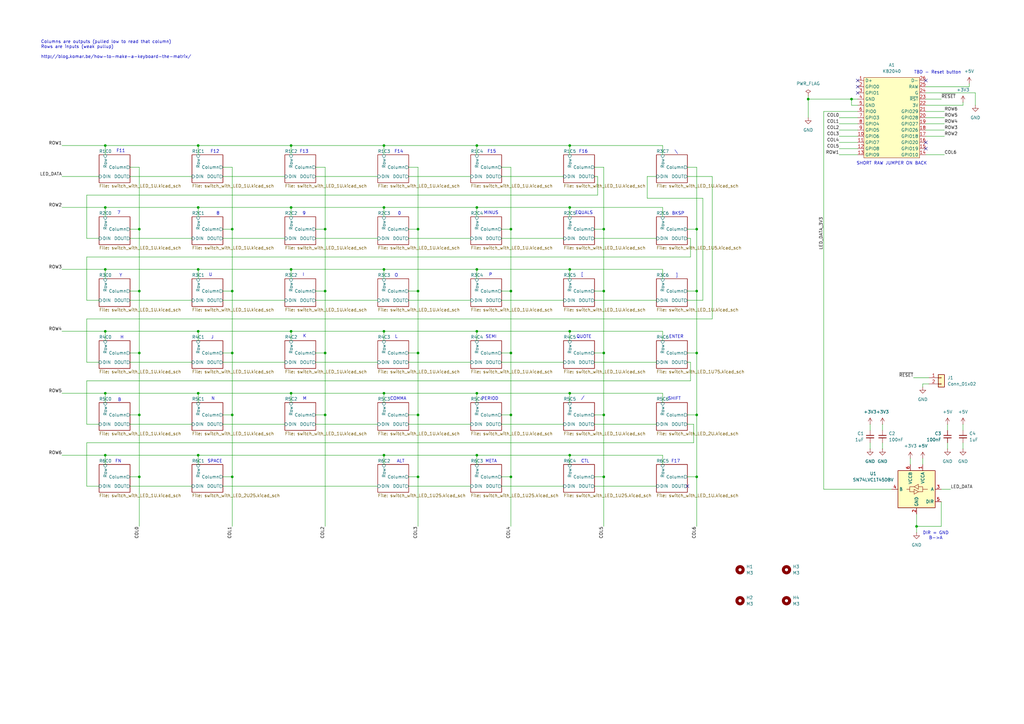
<source format=kicad_sch>
(kicad_sch (version 20250114) (generator "eeschema") (generator_version "9.0")
  (paper "A3")
  (lib_symbols
    (symbol "Connector_Generic:Conn_01x02" (pin_names (offset 1.016) (hide yes))
      (property "Reference" "J" (at 0 2.54 0))
      (property "Value" "Conn_01x02" (at 0 -5.08 0))
      (symbol "Conn_01x02_1_1"
        (pin passive line (at -5.08 0 0) (length 3.81) (name "Pin_1") (number "1"))
        (pin passive line (at -5.08 -2.54 0) (length 3.81) (name "Pin_2") (number "2"))
      )
    )
    (symbol "Device:C_Small" (pin_numbers (hide yes)) (pin_names (offset 0.254) (hide yes))
      (property "Reference" "C" (at 0.254 1.778 0))
      (property "Value" "C_Small" (at 0.254 -2.032 0))
      (symbol "C_Small_1_1"
        (pin passive line (at 0 2.54 270) (length 2.032) (name "~") (number "1"))
        (pin passive line (at 0 -2.54 90) (length 2.032) (name "~") (number "2"))
      )
    )
    (symbol "Logic_LevelTranslator:SN74LVC1T45DBV"
      (property "Reference" "U" (at -6.35 8.89 0))
      (property "Value" "SN74LVC1T45DBV" (at 3.81 8.89 0))
      (symbol "SN74LVC1T45DBV_1_1"
        (pin bidirectional line (at -10.16 0 0) (length 2.54) (name "A") (number "3"))
        (pin input line (at -10.16 -5.08 0) (length 2.54) (name "DIR") (number "5"))
        (pin power_in line (at -2.54 10.16 270) (length 2.54) (name "VCCA") (number "1"))
        (pin power_in line (at 0 -10.16 90) (length 2.54) (name "GND") (number "2"))
        (pin power_in line (at 2.54 10.16 270) (length 2.54) (name "VCCB") (number "6"))
        (pin bidirectional line (at 10.16 0 180) (length 2.54) (name "B") (number "4"))
      )
    )
    (symbol "Mechanical:MountingHole" (pin_names (offset 1.016)) (in_bom no)
      (property "Reference" "H" (at 0 5.08 0))
      (property "Value" "MountingHole" (at 0 3.175 0))
    )
    (symbol "SW-Adafruit:KB2040-5302"
      (property "Reference" "A" (at -5.08 17.78 0))
      (symbol "KB2040-5302_1_1"
        (pin bidirectional line (at -13.97 15.24 0) (length 2.54) (name "D+") (number "1"))
        (pin output line (at -13.97 12.7 0) (length 2.54) (name "TX") (number "2") (alternate "GPIO0" bidirectional line) (alternate "PIO0" bidirectional line))
        (pin input line (at -13.97 10.16 0) (length 2.54) (name "RX") (number "3") (alternate "GPIO1" bidirectional line) (alternate "PIO0" bidirectional line))
        (pin power_in line (at -13.97 7.62 0) (length 2.54) (name "GND") (number "4"))
        (pin power_in line (at -13.97 5.08 0) (length 2.54) (name "GND") (number "5"))
        (pin bidirectional line (at -13.97 2.54 0) (length 2.54) (name "2") (number "6") (alternate "PIO0" bidirectional line))
        (pin bidirectional line (at -13.97 0 0) (length 2.54) (name "3") (number "7") (alternate "GPIO3" bidirectional line) (alternate "PIO0" bidirectional line))
        (pin bidirectional line (at -13.97 -2.54 0) (length 2.54) (name "4") (number "8") (alternate "GPIO4" bidirectional line) (alternate "PIO0" bidirectional line))
        (pin bidirectional line (at -13.97 -5.08 0) (length 2.54) (name "5") (number "9") (alternate "GPIO5" bidirectional line) (alternate "PIO0" bidirectional line))
        (pin bidirectional line (at -13.97 -7.62 0) (length 2.54) (name "6") (number "10") (alternate "GPIO6" bidirectional line) (alternate "PIO0" bidirectional line))
        (pin bidirectional line (at -13.97 -10.16 0) (length 2.54) (name "7") (number "11") (alternate "GPIO7" bidirectional line) (alternate "PIO0" bidirectional line))
        (pin bidirectional line (at -13.97 -12.7 0) (length 2.54) (name "8") (number "12") (alternate "GPIO8" bidirectional line) (alternate "PIO0" bidirectional line))
        (pin bidirectional line (at -13.97 -15.24 0) (length 2.54) (name "9") (number "13") (alternate "GPIO9" bidirectional line) (alternate "PIO0" bidirectional line))
        (pin bidirectional line (at 13.97 15.24 180) (length 2.54) (name "D-") (number "26"))
        (pin power_out line (at 13.97 12.7 180) (length 2.54) (name "RAW") (number "25"))
        (pin power_in line (at 13.97 10.16 180) (length 2.54) (name "G") (number "24"))
        (pin input line (at 13.97 7.62 180) (length 2.54) (name "~{RST}") (number "23"))
        (pin power_out line (at 13.97 5.08 180) (length 2.54) (name "3V") (number "22"))
        (pin bidirectional line (at 13.97 2.54 180) (length 2.54) (name "A3") (number "21") (alternate "GPIO29" bidirectional line) (alternate "PIO0" bidirectional line))
        (pin bidirectional line (at 13.97 0 180) (length 2.54) (name "A2") (number "20") (alternate "GPIO28" bidirectional line) (alternate "PIO0" bidirectional line))
        (pin bidirectional line (at 13.97 -2.54 180) (length 2.54) (name "A1") (number "19") (alternate "GPIO27" bidirectional line) (alternate "PIO0" bidirectional line))
        (pin bidirectional line (at 13.97 -5.08 180) (length 2.54) (name "A0") (number "18") (alternate "GPIO26" bidirectional line) (alternate "PIO0" bidirectional line))
        (pin output line (at 13.97 -7.62 180) (length 2.54) (name "CLK") (number "17") (alternate "GPIO18" bidirectional line) (alternate "PIO0" bidirectional line))
        (pin input line (at 13.97 -10.16 180) (length 2.54) (name "MI") (number "16") (alternate "GPIO20" bidirectional line) (alternate "PIO0" bidirectional line))
        (pin output line (at 13.97 -12.7 180) (length 2.54) (name "MO") (number "15") (alternate "GPIO19" bidirectional line) (alternate "PIO0" bidirectional line))
        (pin bidirectional line (at 13.97 -15.24 180) (length 2.54) (name "10") (number "14") (alternate "GPIO10" bidirectional line) (alternate "PIO0" bidirectional line))
      )
    )
    (symbol "power:+3V3" (power) (pin_numbers (hide yes)) (pin_names (offset 0) (hide yes))
      (property "Value" "+3V3" (at 0 3.556 0))
      (symbol "+3V3_1_1"
        (pin power_in line (at 0 0 90) (length 0) (name "~") (number "1"))
      )
    )
    (symbol "power:+5V" (power) (pin_numbers (hide yes)) (pin_names (offset 0) (hide yes))
      (property "Value" "+5V" (at 0 3.556 0))
      (symbol "+5V_1_1"
        (pin power_in line (at 0 0 90) (length 0) (name "~") (number "1"))
      )
    )
    (symbol "power:GND" (power) (pin_numbers (hide yes)) (pin_names (offset 0) (hide yes))
      (property "Value" "GND" (at 0 -3.81 0))
      (symbol "GND_1_1"
        (pin power_in line (at 0 0 270) (length 0) (name "~") (number "1"))
      )
    )
    (symbol "power:PWR_FLAG" (power) (pin_numbers (hide yes)) (pin_names (offset 0) (hide yes))
      (property "Value" "PWR_FLAG" (at 0 3.81 0))
      (symbol "PWR_FLAG_0_0"
        (pin power_out line (at 0 0 90) (length 0) (name "~") (number "1"))
      )
    )
  )
  (text "]" (at 277.622 113.03 0) (effects (font (size 1.27 1.27))))
  (text "SHORT RAW JUMPER ON BACK" (at 365.76 67.056 0) (effects (font (size 1.27 1.27))))
  (text "SPACE" (at 88.138 189.23 0) (effects (font (size 1.27 1.27))))
  (text "H" (at 50.038 138.43 0) (effects (font (size 1.27 1.27))))
  (text "/" (at 239.014 163.322 0) (effects (font (size 1.27 1.27))))
  (text "DIR = GND\nB->A" (at 383.794 219.71 0) (effects (font (size 1.27 1.27))))
  (text "ENTER" (at 277.368 138.176 0) (effects (font (size 1.27 1.27))))
  (text "9" (at 124.714 87.63 0) (effects (font (size 1.27 1.27))))
  (text "B" (at 49.022 164.084 0) (effects (font (size 1.27 1.27))))
  (text "SHIFT" (at 276.606 163.576 0) (effects (font (size 1.27 1.27))))
  (text "EQUALS" (at 239.522 87.376 0) (effects (font (size 1.27 1.27))))
  (text "BKSP" (at 278.13 87.63 0) (effects (font (size 1.27 1.27))))
  (text "K" (at 124.968 137.922 0) (effects (font (size 1.27 1.27))))
  (text "F14" (at 163.576 62.23 0) (effects (font (size 1.27 1.27))))
  (text "7" (at 48.768 87.376 0) (effects (font (size 1.27 1.27))))
  (text "L" (at 162.56 138.176 0) (effects (font (size 1.27 1.27))))
  (text "[" (at 238.76 112.776 0) (effects (font (size 1.27 1.27))))
  (text "U" (at 86.36 112.776 0) (effects (font (size 1.27 1.27))))
  (text "F15" (at 201.676 62.23 0) (effects (font (size 1.27 1.27))))
  (text "\\" (at 277.368 62.484 0) (effects (font (size 1.27 1.27))))
  (text "0" (at 163.83 87.63 0) (effects (font (size 1.27 1.27))))
  (text "META" (at 201.422 189.23 0) (effects (font (size 1.27 1.27))))
  (text "P" (at 201.168 112.776 0) (effects (font (size 1.27 1.27))))
  (text "MINUS" (at 201.422 87.376 0) (effects (font (size 1.27 1.27))))
  (text "8" (at 89.408 87.63 0) (effects (font (size 1.27 1.27))))
  (text "I" (at 124.46 112.776 0) (effects (font (size 1.27 1.27))))
  (text "CTL" (at 240.03 189.23 0) (effects (font (size 1.27 1.27))))
  (text "ALT" (at 164.338 189.23 0) (effects (font (size 1.27 1.27))))
  (text "COMMA" (at 163.322 163.576 0) (effects (font (size 1.27 1.27))))
  (text "FN" (at 48.514 189.23 0) (effects (font (size 1.27 1.27))))
  (text "N" (at 87.376 163.576 0) (effects (font (size 1.27 1.27))))
  (text "QUOTE" (at 239.522 138.176 0) (effects (font (size 1.27 1.27))))
  (text "F12" (at 88.138 62.23 0) (effects (font (size 1.27 1.27))))
  (text "M" (at 124.968 163.576 0) (effects (font (size 1.27 1.27))))
  (text "SEMI" (at 201.422 138.176 0) (effects (font (size 1.27 1.27))))
  (text "F17" (at 277.114 189.23 0) (effects (font (size 1.27 1.27))))
  (text "F13" (at 124.714 62.23 0) (effects (font (size 1.27 1.27))))
  (text "F16" (at 239.268 62.23 0) (effects (font (size 1.27 1.27))))
  (text "O" (at 162.56 113.03 0) (effects (font (size 1.27 1.27))))
  (text "PERIOD" (at 200.914 163.576 0) (effects (font (size 1.27 1.27))))
  (text "TBD - Reset button" (at 384.556 29.718 0) (effects (font (size 1.27 1.27))))
  (text "J" (at 87.122 138.43 0) (effects (font (size 1.27 1.27))))
  (text "Columns are outputs (pulled low to read that column)\nRows are inputs (weak pullup)\n\nhttp://blog.komar.be/how-to-make-a-keyboard-the-matrix/" (at 16.764 16.51 0) (effects (font (size 1.27 1.27)) (justify left top)))
  (text "Y" (at 49.53 113.03 0) (effects (font (size 1.27 1.27))))
  (text "F11" (at 49.53 61.976 0) (effects (font (size 1.27 1.27))))
  (junction (at 81.28 186.69))
  (junction (at 119.38 85.09))
  (junction (at 81.28 110.49))
  (junction (at 171.45 119.38))
  (junction (at 285.75 195.58))
  (junction (at 95.25 195.58))
  (junction (at 43.18 110.49))
  (junction (at 209.55 195.58))
  (junction (at 95.25 119.38))
  (junction (at 247.65 119.38))
  (junction (at 57.15 170.18))
  (junction (at 157.48 59.69))
  (junction (at 133.35 93.98))
  (junction (at 57.15 93.98))
  (junction (at 157.48 135.89))
  (junction (at 81.28 85.09))
  (junction (at 195.58 161.29))
  (junction (at 43.18 59.69))
  (junction (at 285.75 93.98))
  (junction (at 95.25 93.98))
  (junction (at 57.15 119.38))
  (junction (at 195.58 110.49))
  (junction (at 233.68 135.89))
  (junction (at 247.65 170.18))
  (junction (at 157.48 110.49))
  (junction (at 57.15 195.58))
  (junction (at 209.55 170.18))
  (junction (at 195.58 186.69))
  (junction (at 247.65 144.78))
  (junction (at 233.68 59.69))
  (junction (at 43.18 161.29))
  (junction (at 43.18 186.69))
  (junction (at 119.38 110.49))
  (junction (at 133.35 144.78))
  (junction (at 95.25 170.18))
  (junction (at 43.18 135.89))
  (junction (at 247.65 195.58))
  (junction (at 195.58 85.09))
  (junction (at 209.55 119.38))
  (junction (at 157.48 186.69))
  (junction (at 331.47 40.64))
  (junction (at 233.68 110.49))
  (junction (at 157.48 161.29))
  (junction (at 95.25 144.78))
  (junction (at 209.55 93.98))
  (junction (at 171.45 195.58))
  (junction (at 133.35 119.38))
  (junction (at 285.75 170.18))
  (junction (at 119.38 59.69))
  (junction (at 171.45 144.78))
  (junction (at 285.75 119.38))
  (junction (at 81.28 59.69))
  (junction (at 247.65 93.98))
  (junction (at 233.68 186.69))
  (junction (at 285.75 144.78))
  (junction (at 119.38 161.29))
  (junction (at 233.68 161.29))
  (junction (at 349.25 40.64))
  (junction (at 195.58 135.89))
  (junction (at 171.45 93.98))
  (junction (at 81.28 161.29))
  (junction (at 43.18 85.09))
  (junction (at 195.58 59.69))
  (junction (at 81.28 135.89))
  (junction (at 157.48 85.09))
  (junction (at 57.15 144.78))
  (junction (at 375.92 215.9))
  (junction (at 119.38 135.89))
  (junction (at 171.45 170.18))
  (junction (at 133.35 170.18))
  (junction (at 209.55 144.78))
  (junction (at 233.68 85.09))
  (no_connect (at 281.94 199.39))
  (no_connect (at 379.73 58.42))
  (no_connect (at 379.73 60.96))
  (no_connect (at 351.79 38.1))
  (no_connect (at 351.79 33.02))
  (no_connect (at 379.73 33.02))
  (no_connect (at 351.79 35.56))
  (wire (pts (xy 35.56 80.01) (xy 35.56 97.79)))
  (wire (pts (xy 95.25 195.58) (xy 95.25 215.9)))
  (wire (pts (xy 91.44 144.78) (xy 95.25 144.78)))
  (wire (pts (xy 386.08 200.66) (xy 389.89 200.66)))
  (wire (pts (xy 361.95 173.99) (xy 361.95 176.53)))
  (wire (pts (xy 247.65 170.18) (xy 247.65 195.58)))
  (wire (pts (xy 205.74 123.19) (xy 231.14 123.19)))
  (wire (pts (xy 35.56 97.79) (xy 40.64 97.79)))
  (wire (pts (xy 344.17 63.5) (xy 351.79 63.5)))
  (wire (pts (xy 243.84 199.39) (xy 269.24 199.39)))
  (wire (pts (xy 119.38 161.29) (xy 157.48 161.29)))
  (wire (pts (xy 119.38 135.89) (xy 157.48 135.89)))
  (wire (pts (xy 233.68 161.29) (xy 271.78 161.29)))
  (wire (pts (xy 378.46 157.48) (xy 381 157.48)))
  (wire (pts (xy 233.68 186.69) (xy 271.78 186.69)))
  (wire (pts (xy 81.28 161.29) (xy 119.38 161.29)))
  (wire (pts (xy 167.64 72.39) (xy 193.04 72.39)))
  (wire (pts (xy 233.68 59.69) (xy 271.78 59.69)))
  (wire (pts (xy 91.44 148.59) (xy 116.84 148.59)))
  (wire (pts (xy 243.84 123.19) (xy 269.24 123.19)))
  (wire (pts (xy 119.38 85.09) (xy 157.48 85.09)))
  (wire (pts (xy 331.47 39.37) (xy 331.47 40.64)))
  (wire (pts (xy 167.64 144.78) (xy 171.45 144.78)))
  (wire (pts (xy 247.65 195.58) (xy 247.65 215.9)))
  (wire (pts (xy 351.79 45.72) (xy 337.82 45.72)))
  (wire (pts (xy 285.75 119.38) (xy 285.75 144.78)))
  (wire (pts (xy 57.15 144.78) (xy 57.15 170.18)))
  (wire (pts (xy 388.62 173.99) (xy 388.62 176.53)))
  (wire (pts (xy 265.43 72.39) (xy 269.24 72.39)))
  (wire (pts (xy 281.94 97.79) (xy 283.21 97.79)))
  (wire (pts (xy 129.54 170.18) (xy 133.35 170.18)))
  (wire (pts (xy 351.79 43.18) (xy 349.25 43.18)))
  (wire (pts (xy 81.28 161.29) (xy 81.28 165.1)))
  (wire (pts (xy 53.34 123.19) (xy 78.74 123.19)))
  (wire (pts (xy 205.74 195.58) (xy 209.55 195.58)))
  (wire (pts (xy 81.28 110.49) (xy 81.28 114.3)))
  (wire (pts (xy 281.94 123.19) (xy 288.29 123.19)))
  (wire (pts (xy 171.45 93.98) (xy 171.45 119.38)))
  (wire (pts (xy 379.73 50.8) (xy 387.35 50.8)))
  (wire (pts (xy 288.29 81.28) (xy 265.43 81.28)))
  (wire (pts (xy 91.44 93.98) (xy 95.25 93.98)))
  (wire (pts (xy 195.58 135.89) (xy 195.58 139.7)))
  (wire (pts (xy 205.74 119.38) (xy 209.55 119.38)))
  (wire (pts (xy 195.58 59.69) (xy 195.58 63.5)))
  (wire (pts (xy 43.18 59.69) (xy 81.28 59.69)))
  (wire (pts (xy 81.28 135.89) (xy 81.28 139.7)))
  (wire (pts (xy 81.28 59.69) (xy 119.38 59.69)))
  (wire (pts (xy 195.58 85.09) (xy 233.68 85.09)))
  (wire (pts (xy 247.65 68.58) (xy 247.65 93.98)))
  (wire (pts (xy 95.25 170.18) (xy 95.25 195.58)))
  (wire (pts (xy 283.21 148.59) (xy 283.21 156.21)))
  (wire (pts (xy 35.56 130.81) (xy 35.56 148.59)))
  (wire (pts (xy 387.35 53.34) (xy 379.73 53.34)))
  (wire (pts (xy 43.18 161.29) (xy 43.18 165.1)))
  (wire (pts (xy 35.56 156.21) (xy 283.21 156.21)))
  (wire (pts (xy 133.35 68.58) (xy 133.35 93.98)))
  (wire (pts (xy 53.34 148.59) (xy 78.74 148.59)))
  (wire (pts (xy 281.94 93.98) (xy 285.75 93.98)))
  (wire (pts (xy 167.64 68.58) (xy 171.45 68.58)))
  (wire (pts (xy 57.15 93.98) (xy 57.15 119.38)))
  (wire (pts (xy 43.18 85.09) (xy 81.28 85.09)))
  (wire (pts (xy 167.64 199.39) (xy 193.04 199.39)))
  (wire (pts (xy 281.94 148.59) (xy 283.21 148.59)))
  (wire (pts (xy 195.58 85.09) (xy 195.58 88.9)))
  (wire (pts (xy 331.47 40.64) (xy 331.47 48.26)))
  (wire (pts (xy 209.55 119.38) (xy 209.55 144.78)))
  (wire (pts (xy 387.35 55.88) (xy 379.73 55.88)))
  (wire (pts (xy 53.34 97.79) (xy 78.74 97.79)))
  (wire (pts (xy 271.78 186.69) (xy 271.78 190.5)))
  (wire (pts (xy 195.58 161.29) (xy 233.68 161.29)))
  (wire (pts (xy 91.44 72.39) (xy 116.84 72.39)))
  (wire (pts (xy 205.74 173.99) (xy 231.14 173.99)))
  (wire (pts (xy 35.56 80.01) (xy 245.11 80.01)))
  (wire (pts (xy 379.73 40.64) (xy 386.08 40.64)))
  (wire (pts (xy 81.28 85.09) (xy 119.38 85.09)))
  (wire (pts (xy 285.75 144.78) (xy 285.75 170.18)))
  (wire (pts (xy 81.28 85.09) (xy 81.28 88.9)))
  (wire (pts (xy 344.17 53.34) (xy 351.79 53.34)))
  (wire (pts (xy 288.29 123.19) (xy 288.29 81.28)))
  (wire (pts (xy 292.1 72.39) (xy 292.1 130.81)))
  (wire (pts (xy 157.48 110.49) (xy 195.58 110.49)))
  (wire (pts (xy 129.54 97.79) (xy 154.94 97.79)))
  (wire (pts (xy 53.34 170.18) (xy 57.15 170.18)))
  (wire (pts (xy 243.84 119.38) (xy 247.65 119.38)))
  (wire (pts (xy 271.78 59.69) (xy 271.78 63.5)))
  (wire (pts (xy 375.92 210.82) (xy 375.92 215.9)))
  (wire (pts (xy 157.48 161.29) (xy 195.58 161.29)))
  (wire (pts (xy 243.84 144.78) (xy 247.65 144.78)))
  (wire (pts (xy 361.95 181.61) (xy 361.95 184.15)))
  (wire (pts (xy 43.18 110.49) (xy 81.28 110.49)))
  (wire (pts (xy 233.68 110.49) (xy 271.78 110.49)))
  (wire (pts (xy 195.58 59.69) (xy 233.68 59.69)))
  (wire (pts (xy 344.17 60.96) (xy 351.79 60.96)))
  (wire (pts (xy 379.73 45.72) (xy 387.35 45.72)))
  (wire (pts (xy 243.84 72.39) (xy 245.11 72.39)))
  (wire (pts (xy 91.44 68.58) (xy 95.25 68.58)))
  (wire (pts (xy 129.54 72.39) (xy 154.94 72.39)))
  (wire (pts (xy 400.05 38.1) (xy 400.05 43.18)))
  (wire (pts (xy 281.94 144.78) (xy 285.75 144.78)))
  (wire (pts (xy 344.17 55.88) (xy 351.79 55.88)))
  (wire (pts (xy 35.56 148.59) (xy 40.64 148.59)))
  (wire (pts (xy 133.35 170.18) (xy 133.35 144.78)))
  (wire (pts (xy 209.55 170.18) (xy 209.55 195.58)))
  (wire (pts (xy 81.28 59.69) (xy 81.28 63.5)))
  (wire (pts (xy 209.55 93.98) (xy 209.55 119.38)))
  (wire (pts (xy 205.74 199.39) (xy 231.14 199.39)))
  (wire (pts (xy 195.58 161.29) (xy 195.58 165.1)))
  (wire (pts (xy 397.51 35.56) (xy 397.51 34.29)))
  (wire (pts (xy 205.74 93.98) (xy 209.55 93.98)))
  (wire (pts (xy 356.87 181.61) (xy 356.87 184.15)))
  (wire (pts (xy 167.64 123.19) (xy 193.04 123.19)))
  (wire (pts (xy 81.28 186.69) (xy 157.48 186.69)))
  (wire (pts (xy 129.54 123.19) (xy 154.94 123.19)))
  (wire (pts (xy 157.48 110.49) (xy 157.48 114.3)))
  (wire (pts (xy 281.94 195.58) (xy 285.75 195.58)))
  (wire (pts (xy 378.46 187.96) (xy 378.46 190.5)))
  (wire (pts (xy 205.74 148.59) (xy 231.14 148.59)))
  (wire (pts (xy 379.73 48.26) (xy 387.35 48.26)))
  (wire (pts (xy 95.25 119.38) (xy 95.25 144.78)))
  (wire (pts (xy 285.75 93.98) (xy 285.75 119.38)))
  (wire (pts (xy 91.44 119.38) (xy 95.25 119.38)))
  (wire (pts (xy 95.25 144.78) (xy 95.25 170.18)))
  (wire (pts (xy 247.65 144.78) (xy 247.65 170.18)))
  (wire (pts (xy 209.55 68.58) (xy 209.55 93.98)))
  (wire (pts (xy 43.18 186.69) (xy 81.28 186.69)))
  (wire (pts (xy 43.18 161.29) (xy 81.28 161.29)))
  (wire (pts (xy 171.45 195.58) (xy 171.45 215.9)))
  (wire (pts (xy 91.44 123.19) (xy 116.84 123.19)))
  (wire (pts (xy 167.64 173.99) (xy 193.04 173.99)))
  (wire (pts (xy 373.38 187.96) (xy 373.38 190.5)))
  (wire (pts (xy 195.58 110.49) (xy 195.58 114.3)))
  (wire (pts (xy 95.25 93.98) (xy 95.25 119.38)))
  (wire (pts (xy 284.48 173.99) (xy 284.48 181.61)))
  (wire (pts (xy 25.4 161.29) (xy 43.18 161.29)))
  (wire (pts (xy 119.38 59.69) (xy 157.48 59.69)))
  (wire (pts (xy 25.4 85.09) (xy 43.18 85.09)))
  (wire (pts (xy 167.64 93.98) (xy 171.45 93.98)))
  (wire (pts (xy 91.44 97.79) (xy 116.84 97.79)))
  (wire (pts (xy 281.94 170.18) (xy 285.75 170.18)))
  (wire (pts (xy 57.15 119.38) (xy 57.15 144.78)))
  (wire (pts (xy 243.84 170.18) (xy 247.65 170.18)))
  (wire (pts (xy 43.18 186.69) (xy 43.18 190.5)))
  (wire (pts (xy 356.87 173.99) (xy 356.87 176.53)))
  (wire (pts (xy 281.94 119.38) (xy 285.75 119.38)))
  (wire (pts (xy 386.08 215.9) (xy 386.08 205.74)))
  (wire (pts (xy 281.94 173.99) (xy 284.48 173.99)))
  (wire (pts (xy 157.48 59.69) (xy 195.58 59.69)))
  (wire (pts (xy 337.82 45.72) (xy 337.82 200.66)))
  (wire (pts (xy 157.48 85.09) (xy 157.48 88.9)))
  (wire (pts (xy 43.18 85.09) (xy 43.18 88.9)))
  (wire (pts (xy 157.48 135.89) (xy 157.48 139.7)))
  (wire (pts (xy 388.62 181.61) (xy 388.62 184.15)))
  (wire (pts (xy 129.54 93.98) (xy 133.35 93.98)))
  (wire (pts (xy 25.4 59.69) (xy 43.18 59.69)))
  (wire (pts (xy 119.38 110.49) (xy 119.38 114.3)))
  (wire (pts (xy 81.28 135.89) (xy 119.38 135.89)))
  (wire (pts (xy 91.44 170.18) (xy 95.25 170.18)))
  (wire (pts (xy 233.68 110.49) (xy 233.68 114.3)))
  (wire (pts (xy 171.45 144.78) (xy 171.45 170.18)))
  (wire (pts (xy 375.92 215.9) (xy 386.08 215.9)))
  (wire (pts (xy 337.82 200.66) (xy 365.76 200.66)))
  (wire (pts (xy 119.38 161.29) (xy 119.38 165.1)))
  (wire (pts (xy 35.56 181.61) (xy 35.56 199.39)))
  (wire (pts (xy 81.28 186.69) (xy 81.28 190.5)))
  (wire (pts (xy 167.64 97.79) (xy 193.04 97.79)))
  (wire (pts (xy 35.56 105.41) (xy 283.21 105.41)))
  (wire (pts (xy 119.38 110.49) (xy 157.48 110.49)))
  (wire (pts (xy 283.21 97.79) (xy 283.21 105.41)))
  (wire (pts (xy 245.11 72.39) (xy 245.11 80.01)))
  (wire (pts (xy 285.75 195.58) (xy 285.75 215.9)))
  (wire (pts (xy 53.34 173.99) (xy 78.74 173.99)))
  (wire (pts (xy 91.44 173.99) (xy 116.84 173.99)))
  (wire (pts (xy 35.56 123.19) (xy 40.64 123.19)))
  (wire (pts (xy 133.35 170.18) (xy 133.35 215.9)))
  (wire (pts (xy 344.17 50.8) (xy 351.79 50.8)))
  (wire (pts (xy 167.64 148.59) (xy 193.04 148.59)))
  (wire (pts (xy 349.25 40.64) (xy 331.47 40.64)))
  (wire (pts (xy 271.78 161.29) (xy 271.78 165.1)))
  (wire (pts (xy 243.84 173.99) (xy 269.24 173.99)))
  (wire (pts (xy 271.78 85.09) (xy 271.78 88.9)))
  (wire (pts (xy 53.34 119.38) (xy 57.15 119.38)))
  (wire (pts (xy 157.48 186.69) (xy 195.58 186.69)))
  (wire (pts (xy 157.48 161.29) (xy 157.48 165.1)))
  (wire (pts (xy 233.68 161.29) (xy 233.68 165.1)))
  (wire (pts (xy 243.84 97.79) (xy 269.24 97.79)))
  (wire (pts (xy 25.4 186.69) (xy 43.18 186.69)))
  (wire (pts (xy 243.84 93.98) (xy 247.65 93.98)))
  (wire (pts (xy 379.73 63.5) (xy 387.35 63.5)))
  (wire (pts (xy 243.84 68.58) (xy 247.65 68.58)))
  (wire (pts (xy 281.94 72.39) (xy 292.1 72.39)))
  (wire (pts (xy 119.38 85.09) (xy 119.38 88.9)))
  (wire (pts (xy 271.78 110.49) (xy 271.78 114.3)))
  (wire (pts (xy 379.73 43.18) (xy 394.97 43.18)))
  (wire (pts (xy 400.05 38.1) (xy 379.73 38.1)))
  (wire (pts (xy 349.25 43.18) (xy 349.25 40.64)))
  (wire (pts (xy 157.48 85.09) (xy 195.58 85.09)))
  (wire (pts (xy 243.84 195.58) (xy 247.65 195.58)))
  (wire (pts (xy 157.48 59.69) (xy 157.48 63.5)))
  (wire (pts (xy 25.4 135.89) (xy 43.18 135.89)))
  (wire (pts (xy 247.65 93.98) (xy 247.65 119.38)))
  (wire (pts (xy 167.64 170.18) (xy 171.45 170.18)))
  (wire (pts (xy 53.34 72.39) (xy 78.74 72.39)))
  (wire (pts (xy 53.34 144.78) (xy 57.15 144.78)))
  (wire (pts (xy 157.48 135.89) (xy 195.58 135.89)))
  (wire (pts (xy 35.56 181.61) (xy 284.48 181.61)))
  (wire (pts (xy 205.74 144.78) (xy 209.55 144.78)))
  (wire (pts (xy 129.54 173.99) (xy 154.94 173.99)))
  (wire (pts (xy 95.25 68.58) (xy 95.25 93.98)))
  (wire (pts (xy 91.44 199.39) (xy 154.94 199.39)))
  (wire (pts (xy 43.18 135.89) (xy 81.28 135.89)))
  (wire (pts (xy 35.56 105.41) (xy 35.56 123.19)))
  (wire (pts (xy 129.54 144.78) (xy 133.35 144.78)))
  (wire (pts (xy 25.4 110.49) (xy 43.18 110.49)))
  (wire (pts (xy 171.45 119.38) (xy 171.45 144.78)))
  (wire (pts (xy 171.45 68.58) (xy 171.45 93.98)))
  (wire (pts (xy 378.46 158.75) (xy 378.46 157.48)))
  (wire (pts (xy 195.58 110.49) (xy 233.68 110.49)))
  (wire (pts (xy 91.44 195.58) (xy 95.25 195.58)))
  (wire (pts (xy 209.55 144.78) (xy 209.55 170.18)))
  (wire (pts (xy 281.94 68.58) (xy 285.75 68.58)))
  (wire (pts (xy 171.45 170.18) (xy 171.45 195.58)))
  (wire (pts (xy 209.55 195.58) (xy 209.55 215.9)))
  (wire (pts (xy 271.78 135.89) (xy 271.78 139.7)))
  (wire (pts (xy 167.64 195.58) (xy 171.45 195.58)))
  (wire (pts (xy 205.74 97.79) (xy 231.14 97.79)))
  (wire (pts (xy 81.28 110.49) (xy 119.38 110.49)))
  (wire (pts (xy 205.74 72.39) (xy 231.14 72.39)))
  (wire (pts (xy 53.34 199.39) (xy 78.74 199.39)))
  (wire (pts (xy 265.43 81.28) (xy 265.43 72.39)))
  (wire (pts (xy 129.54 148.59) (xy 154.94 148.59)))
  (wire (pts (xy 25.4 72.39) (xy 40.64 72.39)))
  (wire (pts (xy 394.97 43.18) (xy 394.97 41.91)))
  (wire (pts (xy 53.34 93.98) (xy 57.15 93.98)))
  (wire (pts (xy 205.74 68.58) (xy 209.55 68.58)))
  (wire (pts (xy 233.68 85.09) (xy 271.78 85.09)))
  (wire (pts (xy 35.56 156.21) (xy 35.56 173.99)))
  (wire (pts (xy 57.15 170.18) (xy 57.15 195.58)))
  (wire (pts (xy 129.54 119.38) (xy 133.35 119.38)))
  (wire (pts (xy 285.75 68.58) (xy 285.75 93.98)))
  (wire (pts (xy 53.34 68.58) (xy 57.15 68.58)))
  (wire (pts (xy 195.58 186.69) (xy 195.58 190.5)))
  (wire (pts (xy 195.58 186.69) (xy 233.68 186.69)))
  (wire (pts (xy 233.68 135.89) (xy 233.68 139.7)))
  (wire (pts (xy 195.58 135.89) (xy 233.68 135.89)))
  (wire (pts (xy 375.92 218.44) (xy 375.92 215.9)))
  (wire (pts (xy 43.18 110.49) (xy 43.18 114.3)))
  (wire (pts (xy 157.48 186.69) (xy 157.48 190.5)))
  (wire (pts (xy 233.68 59.69) (xy 233.68 63.5)))
  (wire (pts (xy 379.73 35.56) (xy 397.51 35.56)))
  (wire (pts (xy 167.64 119.38) (xy 171.45 119.38)))
  (wire (pts (xy 57.15 68.58) (xy 57.15 93.98)))
  (wire (pts (xy 133.35 68.58) (xy 129.54 68.58)))
  (wire (pts (xy 119.38 59.69) (xy 119.38 63.5)))
  (wire (pts (xy 43.18 59.69) (xy 43.18 63.5)))
  (wire (pts (xy 344.17 48.26) (xy 351.79 48.26)))
  (wire (pts (xy 233.68 135.89) (xy 271.78 135.89)))
  (wire (pts (xy 233.68 85.09) (xy 233.68 88.9)))
  (wire (pts (xy 133.35 119.38) (xy 133.35 93.98)))
  (wire (pts (xy 133.35 144.78) (xy 133.35 119.38)))
  (wire (pts (xy 243.84 148.59) (xy 269.24 148.59)))
  (wire (pts (xy 351.79 40.64) (xy 349.25 40.64)))
  (wire (pts (xy 374.65 154.94) (xy 381 154.94)))
  (wire (pts (xy 285.75 170.18) (xy 285.75 195.58)))
  (wire (pts (xy 247.65 119.38) (xy 247.65 144.78)))
  (wire (pts (xy 394.97 181.61) (xy 394.97 184.15)))
  (wire (pts (xy 205.74 170.18) (xy 209.55 170.18)))
  (wire (pts (xy 119.38 135.89) (xy 119.38 139.7)))
  (wire (pts (xy 35.56 130.81) (xy 292.1 130.81)))
  (wire (pts (xy 233.68 186.69) (xy 233.68 190.5)))
  (wire (pts (xy 43.18 135.89) (xy 43.18 139.7)))
  (wire (pts (xy 394.97 173.99) (xy 394.97 176.53)))
  (wire (pts (xy 344.17 58.42) (xy 351.79 58.42)))
  (wire (pts (xy 35.56 173.99) (xy 40.64 173.99)))
  (wire (pts (xy 57.15 195.58) (xy 57.15 215.9)))
  (wire (pts (xy 53.34 195.58) (xy 57.15 195.58)))
  (wire (pts (xy 35.56 199.39) (xy 40.64 199.39)))
  (label "ROW4" (at 25.4 135.89 180))
  (label "COL0" (at 344.17 48.26 180))
  (label "COL0" (at 57.15 215.9 270))
  (label "COL1" (at 344.17 50.8 180))
  (label "ROW4" (at 387.35 50.8 0))
  (label "ROW3" (at 387.35 53.34 0))
  (label "COL5" (at 344.17 60.96 180))
  (label "~{RESET}" (at 386.08 40.64 0))
  (label "COL4" (at 344.17 58.42 180))
  (label "COL3" (at 171.45 215.9 270))
  (label "ROW5" (at 25.4 161.29 180))
  (label "COL6" (at 285.75 215.9 270))
  (label "LED_DATA" (at 389.89 200.66 0))
  (label "ROW6" (at 25.4 186.69 180))
  (label "~{RESET}" (at 374.65 154.94 180))
  (label "COL1" (at 95.25 215.9 270))
  (label "LED_DATA_3V3" (at 337.82 88.9 270))
  (label "ROW2" (at 25.4 85.09 180))
  (label "COL2" (at 133.35 215.9 270))
  (label "ROW5" (at 387.35 48.26 0))
  (label "COL4" (at 209.55 215.9 270))
  (label "COL3" (at 344.17 55.88 180))
  (label "COL5" (at 247.65 215.9 270))
  (label "COL6" (at 387.35 63.5 0))
  (label "ROW6" (at 387.35 45.72 0))
  (label "ROW1" (at 25.4 59.69 180))
  (label "ROW1" (at 344.17 63.5 180))
  (label "ROW3" (at 25.4 110.49 180))
  (label "COL2" (at 344.17 53.34 180))
  (label "LED_DATA" (at 25.4 72.39 180))
  (label "ROW2" (at 387.35 55.88 0))
  (symbol (lib_id "power:GND") (at 394.97 184.15 0) (unit 1)
    (property "Reference" "#PWR014" (effects (hide yes)))
    (property "Value" "GND" (at 394.97 189.23 0))
    (property "Description" "Power symbol creates a global label with name \"GND\" , ground" (effects (hide yes)))
  )
  (symbol (lib_id "power:PWR_FLAG") (at 331.47 39.37 0) (unit 1)
    (property "Reference" "#FLG01" (effects (hide yes)))
    (property "Value" "PWR_FLAG" (at 331.47 34.29 0))
    (property "Description" "Special symbol for telling ERC where power comes from" (effects (hide yes)))
  )
  (symbol (lib_id "power:GND") (at 378.46 158.75 0) (unit 1)
    (property "Reference" "#PWR08" (effects (hide yes)))
    (property "Value" "GND" (at 378.46 163.83 0))
    (property "Description" "Power symbol creates a global label with name \"GND\" , ground" (effects (hide yes)))
  )
  (symbol (lib_id "Device:C_Small") (at 394.97 179.07 0) (unit 1)
    (property "Reference" "C4" (at 397.51 177.8062 0) (effects (justify left)))
    (property "Value" "1uF" (at 397.51 180.3462 0) (effects (justify left)))
    (property "Footprint" "Capacitor_SMD:C_0805_2012Metric_Pad1.18x1.45mm_HandSolder" (effects (hide yes)))
    (property "Description" "Unpolarized capacitor, small symbol" (effects (hide yes)))
  )
  (symbol (lib_id "power:+5V") (at 394.97 173.99 0) (unit 1)
    (property "Reference" "#PWR013" (effects (hide yes)))
    (property "Value" "+5V" (at 394.97 168.91 0))
    (property "Description" "Power symbol creates a global label with name \"+5V\"" (effects (hide yes)))
  )
  (symbol (lib_id "Device:C_Small") (at 356.87 179.07 0) (unit 1)
    (property "Reference" "C1" (at 354.33 177.8062 0) (effects (justify right)))
    (property "Value" "1uF" (at 354.33 180.3462 0) (effects (justify right)))
    (property "Footprint" "Capacitor_SMD:C_0805_2012Metric_Pad1.18x1.45mm_HandSolder" (effects (hide yes)))
    (property "Description" "Unpolarized capacitor, small symbol" (effects (hide yes)))
  )
  (symbol (lib_id "power:+5V") (at 378.46 187.96 0) (unit 1)
    (property "Reference" "#PWR09" (effects (hide yes)))
    (property "Value" "+5V" (at 378.46 182.88 0))
    (property "Description" "Power symbol creates a global label with name \"+5V\"" (effects (hide yes)))
  )
  (symbol (lib_id "power:+3V3") (at 373.38 187.96 0) (unit 1)
    (property "Reference" "#PWR06" (effects (hide yes)))
    (property "Value" "+3V3" (at 373.38 182.88 0))
    (property "Description" "Power symbol creates a global label with name \"+3V3\"" (effects (hide yes)))
  )
  (symbol (lib_id "power:+5V") (at 388.62 173.99 0) (unit 1)
    (property "Reference" "#PWR010" (effects (hide yes)))
    (property "Value" "+5V" (at 388.62 168.91 0))
    (property "Description" "Power symbol creates a global label with name \"+5V\"" (effects (hide yes)))
  )
  (symbol (lib_id "Device:C_Small") (at 388.62 179.07 0) (unit 1)
    (property "Reference" "C3" (at 386.08 177.8062 0) (effects (justify right)))
    (property "Value" "100nF" (at 386.08 180.3462 0) (effects (justify right)))
    (property "Footprint" "Capacitor_SMD:C_0805_2012Metric_Pad1.18x1.45mm_HandSolder" (effects (hide yes)))
    (property "Description" "Unpolarized capacitor, small symbol" (effects (hide yes)))
  )
  (symbol (lib_id "power:GND") (at 388.62 184.15 0) (unit 1)
    (property "Reference" "#PWR011" (effects (hide yes)))
    (property "Value" "GND" (at 388.62 189.23 0))
    (property "Description" "Power symbol creates a global label with name \"GND\" , ground" (effects (hide yes)))
  )
  (symbol (lib_id "Mechanical:MountingHole") (at 303.53 233.68 0) (unit 1) (in_bom no)
    (property "Reference" "H1" (at 306.07 232.4099 0) (effects (justify left)))
    (property "Value" "M3" (at 306.07 234.9499 0) (effects (justify left)))
    (property "Footprint" "MountingHole:MountingHole_3.2mm_M3_ISO14580" (effects (hide yes)))
    (property "Description" "Mounting Hole without connection" (effects (hide yes)))
  )
  (symbol (lib_id "SW-Adafruit:KB2040-5302") (at 365.76 48.26 0) (unit 1)
    (property "Reference" "A1" (at 365.76 26.67 0))
    (property "Value" "KB2040" (at 365.76 29.21 0))
    (property "Footprint" "SW-Adafruit:KB2024_Socketed" (effects (hide yes)))
    (property "Datasheet" "https://learn.adafruit.com/adafruit-kb2040/pinouts" (effects (hide yes)))
    (pin "12" (alternate "GPIO8"))
    (pin "20" (alternate "GPIO28"))
    (pin "2" (alternate "GPIO0"))
    (pin "19" (alternate "GPIO27"))
    (pin "13" (alternate "GPIO9"))
    (pin "17" (alternate "GPIO18"))
    (pin "16" (alternate "GPIO20"))
    (pin "21" (alternate "GPIO29"))
    (pin "11" (alternate "GPIO7"))
    (pin "10" (alternate "GPIO6"))
    (pin "9" (alternate "GPIO5"))
    (pin "18" (alternate "GPIO26"))
    (pin "8" (alternate "GPIO4"))
    (pin "6" (alternate "PIO0"))
    (pin "14" (alternate "GPIO10"))
    (pin "7" (alternate "GPIO3"))
    (pin "15" (alternate "GPIO19"))
    (pin "3" (alternate "GPIO1"))
  )
  (symbol (lib_id "Connector_Generic:Conn_01x02") (at 386.08 154.94 0) (unit 1)
    (property "Reference" "J1" (at 388.62 154.9399 0) (effects (justify left)))
    (property "Value" "Conn_01x02" (at 388.62 157.4799 0) (effects (justify left)))
    (property "Footprint" "Connector_PinSocket_2.54mm:PinSocket_1x02_P2.54mm_Vertical" (effects (hide yes)))
    (property "Description" "Generic connector, single row, 01x02, script generated (kicad-library-utils/schlib/autogen/connector/)" (effects (hide yes)))
  )
  (symbol (lib_id "power:+3V3") (at 356.87 173.99 0) (unit 1)
    (property "Reference" "#PWR02" (effects (hide yes)))
    (property "Value" "+3V3" (at 356.87 168.91 0))
    (property "Description" "Power symbol creates a global label with name \"+3V3\"" (effects (hide yes)))
  )
  (symbol (lib_id "power:+3V3") (at 361.95 173.99 0) (unit 1)
    (property "Reference" "#PWR04" (effects (hide yes)))
    (property "Value" "+3V3" (at 361.95 168.91 0))
    (property "Description" "Power symbol creates a global label with name \"+3V3\"" (effects (hide yes)))
  )
  (symbol (lib_id "Device:C_Small") (at 361.95 179.07 0) (unit 1)
    (property "Reference" "C2" (at 364.49 177.8062 0) (effects (justify left)))
    (property "Value" "100nF" (at 364.49 180.3462 0) (effects (justify left)))
    (property "Footprint" "Capacitor_SMD:C_0805_2012Metric_Pad1.18x1.45mm_HandSolder" (effects (hide yes)))
    (property "Description" "Unpolarized capacitor, small symbol" (effects (hide yes)))
  )
  (symbol (lib_id "power:GND") (at 361.95 184.15 0) (unit 1)
    (property "Reference" "#PWR05" (effects (hide yes)))
    (property "Value" "GND" (at 361.95 189.23 0))
    (property "Description" "Power symbol creates a global label with name \"GND\" , ground" (effects (hide yes)))
  )
  (symbol (lib_id "power:GND") (at 400.05 43.18 0) (unit 1)
    (property "Reference" "#PWR016" (effects (hide yes)))
    (property "Value" "GND" (at 400.05 48.26 0))
    (property "Description" "Power symbol creates a global label with name \"GND\" , ground" (effects (hide yes)))
  )
  (symbol (lib_id "Mechanical:MountingHole") (at 322.58 233.68 0) (unit 1) (in_bom no)
    (property "Reference" "H3" (at 325.12 232.4099 0) (effects (justify left)))
    (property "Value" "M3" (at 325.12 234.9499 0) (effects (justify left)))
    (property "Footprint" "MountingHole:MountingHole_3.2mm_M3_ISO14580" (effects (hide yes)))
    (property "Description" "Mounting Hole without connection" (effects (hide yes)))
  )
  (symbol (lib_id "Mechanical:MountingHole") (at 303.53 246.38 0) (unit 1) (in_bom no)
    (property "Reference" "H2" (at 306.07 245.1099 0) (effects (justify left)))
    (property "Value" "M3" (at 306.07 247.6499 0) (effects (justify left)))
    (property "Footprint" "MountingHole:MountingHole_3.2mm_M3_ISO14580" (effects (hide yes)))
    (property "Description" "Mounting Hole without connection" (effects (hide yes)))
  )
  (symbol (lib_id "power:GND") (at 375.92 218.44 0) (unit 1)
    (property "Reference" "#PWR07" (effects (hide yes)))
    (property "Value" "GND" (at 375.92 223.52 0))
    (property "Description" "Power symbol creates a global label with name \"GND\" , ground" (effects (hide yes)))
  )
  (symbol (lib_id "power:+3V3") (at 394.97 41.91 0) (unit 1)
    (property "Reference" "#PWR012" (effects (hide yes)))
    (property "Value" "+3V3" (at 394.97 36.83 0))
    (property "Description" "Power symbol creates a global label with name \"+3V3\"" (effects (hide yes)))
  )
  (symbol (lib_id "power:GND") (at 331.47 48.26 0) (unit 1)
    (property "Reference" "#PWR01" (effects (hide yes)))
    (property "Value" "GND" (at 331.47 53.34 0))
    (property "Description" "Power symbol creates a global label with name \"GND\" , ground" (effects (hide yes)))
  )
  (symbol (lib_id "Mechanical:MountingHole") (at 322.58 246.38 0) (unit 1) (in_bom no)
    (property "Reference" "H4" (at 325.12 245.1099 0) (effects (justify left)))
    (property "Value" "M3" (at 325.12 247.6499 0) (effects (justify left)))
    (property "Footprint" "MountingHole:MountingHole_3.2mm_M3_ISO14580" (effects (hide yes)))
    (property "Description" "Mounting Hole without connection" (effects (hide yes)))
  )
  (symbol (lib_id "power:GND") (at 356.87 184.15 0) (unit 1)
    (property "Reference" "#PWR03" (effects (hide yes)))
    (property "Value" "GND" (at 356.87 189.23 0))
    (property "Description" "Power symbol creates a global label with name \"GND\" , ground" (effects (hide yes)))
  )
  (symbol (lib_id "power:+5V") (at 397.51 34.29 0) (unit 1)
    (property "Reference" "#PWR015" (effects (hide yes)))
    (property "Value" "+5V" (at 397.51 29.21 0))
    (property "Description" "Power symbol creates a global label with name \"+5V\"" (effects (hide yes)))
  )
  (symbol (lib_id "Logic_LevelTranslator:SN74LVC1T45DBV") (at 375.92 200.66 0) (mirror y) (unit 1)
    (property "Reference" "U1" (at 358.14 194.2398 0))
    (property "Value" "SN74LVC1T45DBV" (at 358.14 196.7798 0))
    (property "Footprint" "Package_TO_SOT_SMD:SOT-23-6" (effects (hide yes)))
    (property "Datasheet" "http://www.ti.com/lit/ds/symlink/sn74lvc1t45.pdf" (effects (hide yes)))
    (property "Description" "Single-Bit Dual-Supply Bus Transceiver With Configurable Voltage Translation and 3-State Outputs, SOT-23-6" (effects (hide yes)))
  )
  (sheet (at 231.14 88.9) (size 12.7 11.43) (stroke (width 0.1524))
    (property "Sheetname" "R2C5" (at 231.14 88.1884 0) (effects (justify left bottom)))
    (property "Sheetfile" "switch_with_LED_1U.kicad_sch" (at 231.14 100.9146 0) (effects (justify left top)))
    (pin "Column" output (at 243.84 93.98 0))
    (pin "DIN" input (at 231.14 97.79 180))
    (pin "DOUT" output (at 243.84 97.79 0))
    (pin "Row" input (at 233.68 88.9 90))
  )
  (sheet (at 269.24 114.3) (size 12.7 11.43) (stroke (width 0.1524))
    (property "Sheetname" "R3C6" (at 269.24 113.5884 0) (effects (justify left bottom)))
    (property "Sheetfile" "switch_with_LED_1U.kicad_sch" (at 269.24 126.3146 0) (effects (justify left top)))
    (pin "Column" output (at 281.94 119.38 0))
    (pin "DIN" input (at 269.24 123.19 180))
    (pin "DOUT" output (at 281.94 123.19 0))
    (pin "Row" input (at 271.78 114.3 90))
  )
  (sheet (at 269.24 63.5) (size 12.7 11.43) (stroke (width 0.1524))
    (property "Sheetname" "R3C7" (at 269.24 62.7884 0) (effects (justify left bottom)))
    (property "Sheetfile" "switch_with_LED_1U.kicad_sch" (at 269.24 75.5146 0) (effects (justify left top)))
    (pin "Column" output (at 281.94 68.58 0))
    (pin "DIN" input (at 269.24 72.39 180))
    (pin "DOUT" output (at 281.94 72.39 0))
    (pin "Row" input (at 271.78 63.5 90))
  )
  (sheet (at 40.64 139.7) (size 12.7 11.43) (stroke (width 0.1524))
    (property "Sheetname" "R4C0" (at 40.64 138.9884 0) (effects (justify left bottom)))
    (property "Sheetfile" "switch_with_LED_1U.kicad_sch" (at 40.64 151.7146 0) (effects (justify left top)))
    (pin "Column" output (at 53.34 144.78 0))
    (pin "DIN" input (at 40.64 148.59 180))
    (pin "DOUT" output (at 53.34 148.59 0))
    (pin "Row" input (at 43.18 139.7 90))
  )
  (sheet (at 78.74 139.7) (size 12.7 11.43) (stroke (width 0.1524))
    (property "Sheetname" "R4C1" (at 78.74 138.9884 0) (effects (justify left bottom)))
    (property "Sheetfile" "switch_with_LED_1U.kicad_sch" (at 78.74 151.7146 0) (effects (justify left top)))
    (pin "Column" output (at 91.44 144.78 0))
    (pin "DIN" input (at 78.74 148.59 180))
    (pin "DOUT" output (at 91.44 148.59 0))
    (pin "Row" input (at 81.28 139.7 90))
  )
  (sheet (at 116.84 63.5) (size 12.7 11.43) (stroke (width 0.1524))
    (property "Sheetname" "R1C2" (at 116.84 62.7884 0) (effects (justify left bottom)))
    (property "Sheetfile" "switch_with_LED_1U.kicad_sch" (at 116.84 75.5146 0) (effects (justify left top)))
    (pin "Column" output (at 129.54 68.58 0))
    (pin "DIN" input (at 116.84 72.39 180))
    (pin "DOUT" output (at 129.54 72.39 0))
    (pin "Row" input (at 119.38 63.5 90))
  )
  (sheet (at 193.04 139.7) (size 12.7 11.43) (stroke (width 0.1524))
    (property "Sheetname" "R4C4" (at 193.04 138.9884 0) (effects (justify left bottom)))
    (property "Sheetfile" "switch_with_LED_1U.kicad_sch" (at 193.04 151.7146 0) (effects (justify left top)))
    (pin "Column" output (at 205.74 144.78 0))
    (pin "DIN" input (at 193.04 148.59 180))
    (pin "DOUT" output (at 205.74 148.59 0))
    (pin "Row" input (at 195.58 139.7 90))
  )
  (sheet (at 116.84 88.9) (size 12.7 11.43) (stroke (width 0.1524))
    (property "Sheetname" "R2C2" (at 116.84 88.1884 0) (effects (justify left bottom)))
    (property "Sheetfile" "switch_with_LED_1U.kicad_sch" (at 116.84 100.9146 0) (effects (justify left top)))
    (pin "Column" output (at 129.54 93.98 0))
    (pin "DIN" input (at 116.84 97.79 180))
    (pin "DOUT" output (at 129.54 97.79 0))
    (pin "Row" input (at 119.38 88.9 90))
  )
  (sheet (at 193.04 165.1) (size 12.7 11.43) (stroke (width 0.1524))
    (property "Sheetname" "R5C4" (at 193.04 164.3884 0) (effects (justify left bottom)))
    (property "Sheetfile" "switch_with_LED_1U.kicad_sch" (at 193.04 177.1146 0) (effects (justify left top)))
    (pin "Column" output (at 205.74 170.18 0))
    (pin "DIN" input (at 193.04 173.99 180))
    (pin "DOUT" output (at 205.74 173.99 0))
    (pin "Row" input (at 195.58 165.1 90))
  )
  (sheet (at 78.74 114.3) (size 12.7 11.43) (stroke (width 0.1524))
    (property "Sheetname" "R3C1" (at 78.74 113.5884 0) (effects (justify left bottom)))
    (property "Sheetfile" "switch_with_LED_1U.kicad_sch" (at 78.74 126.3146 0) (effects (justify left top)))
    (pin "Column" output (at 91.44 119.38 0))
    (pin "DIN" input (at 78.74 123.19 180))
    (pin "DOUT" output (at 91.44 123.19 0))
    (pin "Row" input (at 81.28 114.3 90))
  )
  (sheet (at 116.84 165.1) (size 12.7 11.43) (stroke (width 0.1524))
    (property "Sheetname" "R5C2" (at 116.84 164.3884 0) (effects (justify left bottom)))
    (property "Sheetfile" "switch_with_LED_1U.kicad_sch" (at 116.84 177.1146 0) (effects (justify left top)))
    (pin "Column" output (at 129.54 170.18 0))
    (pin "DIN" input (at 116.84 173.99 180))
    (pin "DOUT" output (at 129.54 173.99 0))
    (pin "Row" input (at 119.38 165.1 90))
  )
  (sheet (at 154.94 63.5) (size 12.7 11.43) (stroke (width 0.1524))
    (property "Sheetname" "R1C3" (at 154.94 62.7884 0) (effects (justify left bottom)))
    (property "Sheetfile" "switch_with_LED_1U.kicad_sch" (at 154.94 75.5146 0) (effects (justify left top)))
    (pin "Column" output (at 167.64 68.58 0))
    (pin "DIN" input (at 154.94 72.39 180))
    (pin "DOUT" output (at 167.64 72.39 0))
    (pin "Row" input (at 157.48 63.5 90))
  )
  (sheet (at 40.64 63.5) (size 12.7 11.43) (stroke (width 0.1524))
    (property "Sheetname" "R1C0" (at 40.64 62.7884 0) (effects (justify left bottom)))
    (property "Sheetfile" "switch_with_LED_1U.kicad_sch" (at 40.64 75.5146 0) (effects (justify left top)))
    (pin "Column" output (at 53.34 68.58 0))
    (pin "DIN" input (at 40.64 72.39 180))
    (pin "DOUT" output (at 53.34 72.39 0))
    (pin "Row" input (at 43.18 63.5 90))
  )
  (sheet (at 269.24 190.5) (size 12.7 11.43) (stroke (width 0.1524))
    (property "Sheetname" "R6C5" (at 269.24 189.7884 0) (effects (justify left bottom)))
    (property "Sheetfile" "switch_with_LED_1U.kicad_sch" (at 269.24 202.5146 0) (effects (justify left top)))
    (pin "Column" output (at 281.94 195.58 0))
    (pin "DIN" input (at 269.24 199.39 180))
    (pin "DOUT" output (at 281.94 199.39 0))
    (pin "Row" input (at 271.78 190.5 90))
  )
  (sheet (at 231.14 63.5) (size 12.7 11.43) (stroke (width 0.1524))
    (property "Sheetname" "R1C5" (at 231.14 62.7884 0) (effects (justify left bottom)))
    (property "Sheetfile" "switch_with_LED_1U.kicad_sch" (at 231.14 75.5146 0) (effects (justify left top)))
    (pin "Column" output (at 243.84 68.58 0))
    (pin "DIN" input (at 231.14 72.39 180))
    (pin "DOUT" output (at 243.84 72.39 0))
    (pin "Row" input (at 233.68 63.5 90))
  )
  (sheet (at 78.74 165.1) (size 12.7 11.43) (stroke (width 0.1524))
    (property "Sheetname" "R5C1" (at 78.74 164.3884 0) (effects (justify left bottom)))
    (property "Sheetfile" "switch_with_LED_1U.kicad_sch" (at 78.74 177.1146 0) (effects (justify left top)))
    (pin "Column" output (at 91.44 170.18 0))
    (pin "DIN" input (at 78.74 173.99 180))
    (pin "DOUT" output (at 91.44 173.99 0))
    (pin "Row" input (at 81.28 165.1 90))
  )
  (sheet (at 40.64 114.3) (size 12.7 11.43) (stroke (width 0.1524))
    (property "Sheetname" "R3C0" (at 40.64 113.5884 0) (effects (justify left bottom)))
    (property "Sheetfile" "switch_with_LED_1U.kicad_sch" (at 40.64 126.3146 0) (effects (justify left top)))
    (pin "Column" output (at 53.34 119.38 0))
    (pin "DIN" input (at 40.64 123.19 180))
    (pin "DOUT" output (at 53.34 123.19 0))
    (pin "Row" input (at 43.18 114.3 90))
  )
  (sheet (at 78.74 88.9) (size 12.7 11.43) (stroke (width 0.1524))
    (property "Sheetname" "R2C1" (at 78.74 88.1884 0) (effects (justify left bottom)))
    (property "Sheetfile" "switch_with_LED_1U.kicad_sch" (at 78.74 100.9146 0) (effects (justify left top)))
    (pin "Column" output (at 91.44 93.98 0))
    (pin "DIN" input (at 78.74 97.79 180))
    (pin "DOUT" output (at 91.44 97.79 0))
    (pin "Row" input (at 81.28 88.9 90))
  )
  (sheet (at 154.94 114.3) (size 12.7 11.43) (stroke (width 0.1524))
    (property "Sheetname" "R3C3" (at 154.94 113.5884 0) (effects (justify left bottom)))
    (property "Sheetfile" "switch_with_LED_1U.kicad_sch" (at 154.94 126.3146 0) (effects (justify left top)))
    (pin "Column" output (at 167.64 119.38 0))
    (pin "DIN" input (at 154.94 123.19 180))
    (pin "DOUT" output (at 167.64 123.19 0))
    (pin "Row" input (at 157.48 114.3 90))
  )
  (sheet (at 231.14 190.5) (size 12.7 11.43) (stroke (width 0.1524))
    (property "Sheetname" "R6C4" (at 231.14 189.7884 0) (effects (justify left bottom)))
    (property "Sheetfile" "switch_with_LED_1U25.kicad_sch" (at 231.14 202.5146 0) (effects (justify left top)))
    (pin "Column" output (at 243.84 195.58 0))
    (pin "DIN" input (at 231.14 199.39 180))
    (pin "DOUT" output (at 243.84 199.39 0))
    (pin "Row" input (at 233.68 190.5 90))
  )
  (sheet (at 154.94 190.5) (size 12.7 11.43) (stroke (width 0.1524))
    (property "Sheetname" "R6C2" (at 154.94 189.7884 0) (effects (justify left bottom)))
    (property "Sheetfile" "switch_with_LED_1U25.kicad_sch" (at 154.94 202.5146 0) (effects (justify left top)))
    (pin "Column" output (at 167.64 195.58 0))
    (pin "DIN" input (at 154.94 199.39 180))
    (pin "DOUT" output (at 167.64 199.39 0))
    (pin "Row" input (at 157.48 190.5 90))
  )
  (sheet (at 231.14 114.3) (size 12.7 11.43) (stroke (width 0.1524))
    (property "Sheetname" "R3C5" (at 231.14 113.5884 0) (effects (justify left bottom)))
    (property "Sheetfile" "switch_with_LED_1U.kicad_sch" (at 231.14 126.3146 0) (effects (justify left top)))
    (pin "Column" output (at 243.84 119.38 0))
    (pin "DIN" input (at 231.14 123.19 180))
    (pin "DOUT" output (at 243.84 123.19 0))
    (pin "Row" input (at 233.68 114.3 90))
  )
  (sheet (at 231.14 165.1) (size 12.7 11.43) (stroke (width 0.1524))
    (property "Sheetname" "R5C5" (at 231.14 164.3884 0) (effects (justify left bottom)))
    (property "Sheetfile" "switch_with_LED_1U.kicad_sch" (at 231.14 177.1146 0) (effects (justify left top)))
    (pin "Column" output (at 243.84 170.18 0))
    (pin "DIN" input (at 231.14 173.99 180))
    (pin "DOUT" output (at 243.84 173.99 0))
    (pin "Row" input (at 233.68 165.1 90))
  )
  (sheet (at 40.64 190.5) (size 12.7 11.43) (stroke (width 0.1524))
    (property "Sheetname" "R6C0" (at 40.64 189.7884 0) (effects (justify left bottom)))
    (property "Sheetfile" "switch_with_LED_1U.kicad_sch" (at 40.64 202.5146 0) (effects (justify left top)))
    (pin "Column" output (at 53.34 195.58 0))
    (pin "DIN" input (at 40.64 199.39 180))
    (pin "DOUT" output (at 53.34 199.39 0))
    (pin "Row" input (at 43.18 190.5 90))
  )
  (sheet (at 193.04 114.3) (size 12.7 11.43) (stroke (width 0.1524))
    (property "Sheetname" "R3C4" (at 193.04 113.5884 0) (effects (justify left bottom)))
    (property "Sheetfile" "switch_with_LED_1U.kicad_sch" (at 193.04 126.3146 0) (effects (justify left top)))
    (pin "Column" output (at 205.74 119.38 0))
    (pin "DIN" input (at 193.04 123.19 180))
    (pin "DOUT" output (at 205.74 123.19 0))
    (pin "Row" input (at 195.58 114.3 90))
  )
  (sheet (at 78.74 63.5) (size 12.7 11.43) (stroke (width 0.1524))
    (property "Sheetname" "R1C1" (at 78.74 62.7884 0) (effects (justify left bottom)))
    (property "Sheetfile" "switch_with_LED_1U.kicad_sch" (at 78.74 75.5146 0) (effects (justify left top)))
    (pin "Column" output (at 91.44 68.58 0))
    (pin "DIN" input (at 78.74 72.39 180))
    (pin "DOUT" output (at 91.44 72.39 0))
    (pin "Row" input (at 81.28 63.5 90))
  )
  (sheet (at 193.04 88.9) (size 12.7 11.43) (stroke (width 0.1524))
    (property "Sheetname" "R2C4" (at 193.04 88.1884 0) (effects (justify left bottom)))
    (property "Sheetfile" "switch_with_LED_1U.kicad_sch" (at 193.04 100.9146 0) (effects (justify left top)))
    (pin "Column" output (at 205.74 93.98 0))
    (pin "DIN" input (at 193.04 97.79 180))
    (pin "DOUT" output (at 205.74 97.79 0))
    (pin "Row" input (at 195.58 88.9 90))
  )
  (sheet (at 269.24 139.7) (size 12.7 11.43) (stroke (width 0.1524))
    (property "Sheetname" "R4C6" (at 269.24 138.9884 0) (effects (justify left bottom)))
    (property "Sheetfile" "switch_with_LED_1U75.kicad_sch" (at 269.24 151.7146 0) (effects (justify left top)))
    (pin "Column" output (at 281.94 144.78 0))
    (pin "DIN" input (at 269.24 148.59 180))
    (pin "DOUT" output (at 281.94 148.59 0))
    (pin "Row" input (at 271.78 139.7 90))
  )
  (sheet (at 269.24 88.9) (size 12.7 11.43) (stroke (width 0.1524))
    (property "Sheetname" "R2C6" (at 269.24 88.1884 0) (effects (justify left bottom)))
    (property "Sheetfile" "switch_with_LED_1U5.kicad_sch" (at 269.24 100.9146 0) (effects (justify left top)))
    (pin "Column" output (at 281.94 93.98 0))
    (pin "DIN" input (at 269.24 97.79 180))
    (pin "DOUT" output (at 281.94 97.79 0))
    (pin "Row" input (at 271.78 88.9 90))
  )
  (sheet (at 116.84 139.7) (size 12.7 11.43) (stroke (width 0.1524))
    (property "Sheetname" "R4C2" (at 116.84 138.9884 0) (effects (justify left bottom)))
    (property "Sheetfile" "switch_with_LED_1U.kicad_sch" (at 116.84 151.7146 0) (effects (justify left top)))
    (pin "Column" output (at 129.54 144.78 0))
    (pin "DIN" input (at 116.84 148.59 180))
    (pin "DOUT" output (at 129.54 148.59 0))
    (pin "Row" input (at 119.38 139.7 90))
  )
  (sheet (at 269.24 165.1) (size 12.7 11.43) (stroke (width 0.1524))
    (property "Sheetname" "R5C6" (at 269.24 164.3884 0) (effects (justify left bottom)))
    (property "Sheetfile" "switch_with_LED_2U.kicad_sch" (at 269.24 177.1146 0) (effects (justify left top)))
    (pin "Column" output (at 281.94 170.18 0))
    (pin "DIN" input (at 269.24 173.99 180))
    (pin "DOUT" output (at 281.94 173.99 0))
    (pin "Row" input (at 271.78 165.1 90))
  )
  (sheet (at 154.94 88.9) (size 12.7 11.43) (stroke (width 0.1524))
    (property "Sheetname" "R2C3" (at 154.94 88.1884 0) (effects (justify left bottom)))
    (property "Sheetfile" "switch_with_LED_1U.kicad_sch" (at 154.94 100.9146 0) (effects (justify left top)))
    (pin "Column" output (at 167.64 93.98 0))
    (pin "DIN" input (at 154.94 97.79 180))
    (pin "DOUT" output (at 167.64 97.79 0))
    (pin "Row" input (at 157.48 88.9 90))
  )
  (sheet (at 193.04 190.5) (size 12.7 11.43) (stroke (width 0.1524))
    (property "Sheetname" "R6C3" (at 193.04 189.7884 0) (effects (justify left bottom)))
    (property "Sheetfile" "switch_with_LED_1U25.kicad_sch" (at 193.04 202.5146 0) (effects (justify left top)))
    (pin "Column" output (at 205.74 195.58 0))
    (pin "DIN" input (at 193.04 199.39 180))
    (pin "DOUT" output (at 205.74 199.39 0))
    (pin "Row" input (at 195.58 190.5 90))
  )
  (sheet (at 154.94 165.1) (size 12.7 11.43) (stroke (width 0.1524))
    (property "Sheetname" "R5C3" (at 154.94 164.3884 0) (effects (justify left bottom)))
    (property "Sheetfile" "switch_with_LED_1U.kicad_sch" (at 154.94 177.1146 0) (effects (justify left top)))
    (pin "Column" output (at 167.64 170.18 0))
    (pin "DIN" input (at 154.94 173.99 180))
    (pin "DOUT" output (at 167.64 173.99 0))
    (pin "Row" input (at 157.48 165.1 90))
  )
  (sheet (at 78.74 190.5) (size 12.7 11.43) (stroke (width 0.1524))
    (property "Sheetname" "R6C1" (at 78.74 189.7884 0) (effects (justify left bottom)))
    (property "Sheetfile" "switch_with_LED_2U25.kicad_sch" (at 78.74 202.5146 0) (effects (justify left top)))
    (pin "Column" output (at 91.44 195.58 0))
    (pin "DIN" input (at 78.74 199.39 180))
    (pin "DOUT" output (at 91.44 199.39 0))
    (pin "Row" input (at 81.28 190.5 90))
  )
  (sheet (at 116.84 114.3) (size 12.7 11.43) (stroke (width 0.1524))
    (property "Sheetname" "R3C2" (at 116.84 113.5884 0) (effects (justify left bottom)))
    (property "Sheetfile" "switch_with_LED_1U.kicad_sch" (at 116.84 126.3146 0) (effects (justify left top)))
    (pin "Column" output (at 129.54 119.38 0))
    (pin "DIN" input (at 116.84 123.19 180))
    (pin "DOUT" output (at 129.54 123.19 0))
    (pin "Row" input (at 119.38 114.3 90))
  )
  (sheet (at 193.04 63.5) (size 12.7 11.43) (stroke (width 0.1524))
    (property "Sheetname" "R1C4" (at 193.04 62.7884 0) (effects (justify left bottom)))
    (property "Sheetfile" "switch_with_LED_1U.kicad_sch" (at 193.04 75.5146 0) (effects (justify left top)))
    (pin "Column" output (at 205.74 68.58 0))
    (pin "DIN" input (at 193.04 72.39 180))
    (pin "DOUT" output (at 205.74 72.39 0))
    (pin "Row" input (at 195.58 63.5 90))
  )
  (sheet (at 154.94 139.7) (size 12.7 11.43) (stroke (width 0.1524))
    (property "Sheetname" "R4C3" (at 154.94 138.9884 0) (effects (justify left bottom)))
    (property "Sheetfile" "switch_with_LED_1U.kicad_sch" (at 154.94 151.7146 0) (effects (justify left top)))
    (pin "Column" output (at 167.64 144.78 0))
    (pin "DIN" input (at 154.94 148.59 180))
    (pin "DOUT" output (at 167.64 148.59 0))
    (pin "Row" input (at 157.48 139.7 90))
  )
  (sheet (at 40.64 165.1) (size 12.7 11.43) (stroke (width 0.1524))
    (property "Sheetname" "R5C0" (at 40.64 164.3884 0) (effects (justify left bottom)))
    (property "Sheetfile" "switch_with_LED_1U.kicad_sch" (at 40.64 177.1146 0) (effects (justify left top)))
    (pin "Column" output (at 53.34 170.18 0))
    (pin "DIN" input (at 40.64 173.99 180))
    (pin "DOUT" output (at 53.34 173.99 0))
    (pin "Row" input (at 43.18 165.1 90))
  )
  (sheet (at 40.64 88.9) (size 12.7 11.43) (stroke (width 0.1524))
    (property "Sheetname" "R2C0" (at 40.64 88.1884 0) (effects (justify left bottom)))
    (property "Sheetfile" "switch_with_LED_1U.kicad_sch" (at 40.64 100.9146 0) (effects (justify left top)))
    (pin "Column" output (at 53.34 93.98 0))
    (pin "DIN" input (at 40.64 97.79 180))
    (pin "DOUT" output (at 53.34 97.79 0))
    (pin "Row" input (at 43.18 88.9 90))
  )
  (sheet (at 231.14 139.7) (size 12.7 11.43) (stroke (width 0.1524))
    (property "Sheetname" "R4C5" (at 231.14 138.9884 0) (effects (justify left bottom)))
    (property "Sheetfile" "switch_with_LED_1U.kicad_sch" (at 231.14 151.7146 0) (effects (justify left top)))
    (pin "Column" output (at 243.84 144.78 0))
    (pin "DIN" input (at 231.14 148.59 180))
    (pin "DOUT" output (at 243.84 148.59 0))
    (pin "Row" input (at 233.68 139.7 90))
  )
)
</source>
